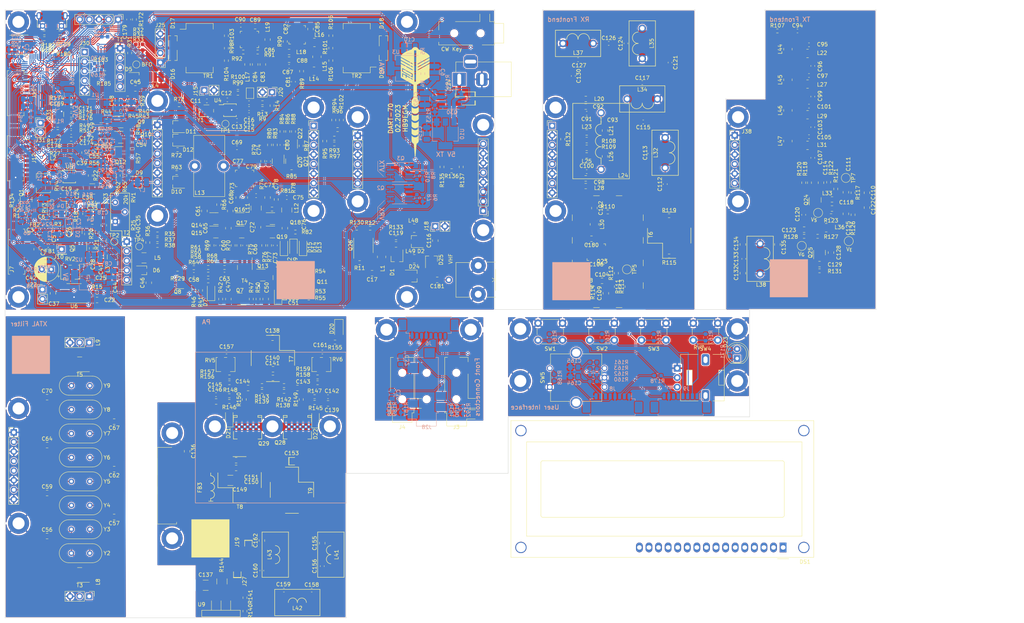
<source format=kicad_pcb>
(kicad_pcb (version 20211014) (generator pcbnew)

  (general
    (thickness 1.6)
  )

  (paper "A4")
  (layers
    (0 "F.Cu" signal)
    (31 "B.Cu" signal)
    (32 "B.Adhes" user "B.Adhesive")
    (33 "F.Adhes" user "F.Adhesive")
    (34 "B.Paste" user)
    (35 "F.Paste" user)
    (36 "B.SilkS" user "B.Silkscreen")
    (37 "F.SilkS" user "F.Silkscreen")
    (38 "B.Mask" user)
    (39 "F.Mask" user)
    (40 "Dwgs.User" user "User.Drawings")
    (41 "Cmts.User" user "User.Comments")
    (42 "Eco1.User" user "User.Eco1")
    (43 "Eco2.User" user "User.Eco2")
    (44 "Edge.Cuts" user)
    (45 "Margin" user)
    (46 "B.CrtYd" user "B.Courtyard")
    (47 "F.CrtYd" user "F.Courtyard")
    (48 "B.Fab" user)
    (49 "F.Fab" user)
    (50 "User.1" user)
    (51 "User.2" user)
    (52 "User.3" user)
    (53 "User.4" user)
    (54 "User.5" user)
    (55 "User.6" user)
    (56 "User.7" user)
    (57 "User.8" user)
    (58 "User.9" user)
  )

  (setup
    (stackup
      (layer "F.SilkS" (type "Top Silk Screen"))
      (layer "F.Paste" (type "Top Solder Paste"))
      (layer "F.Mask" (type "Top Solder Mask") (thickness 0.01))
      (layer "F.Cu" (type "copper") (thickness 0.035))
      (layer "dielectric 1" (type "core") (thickness 1.51) (material "FR4") (epsilon_r 4.5) (loss_tangent 0.02))
      (layer "B.Cu" (type "copper") (thickness 0.035))
      (layer "B.Mask" (type "Bottom Solder Mask") (thickness 0.01))
      (layer "B.Paste" (type "Bottom Solder Paste"))
      (layer "B.SilkS" (type "Bottom Silk Screen"))
      (copper_finish "None")
      (dielectric_constraints no)
    )
    (pad_to_mask_clearance 0)
    (pcbplotparams
      (layerselection 0x0000130_ffffffff)
      (disableapertmacros false)
      (usegerberextensions false)
      (usegerberattributes true)
      (usegerberadvancedattributes true)
      (creategerberjobfile true)
      (svguseinch false)
      (svgprecision 6)
      (excludeedgelayer true)
      (plotframeref false)
      (viasonmask false)
      (mode 1)
      (useauxorigin false)
      (hpglpennumber 1)
      (hpglpenspeed 20)
      (hpglpendiameter 15.000000)
      (dxfpolygonmode true)
      (dxfimperialunits true)
      (dxfusepcbnewfont true)
      (psnegative false)
      (psa4output false)
      (plotreference true)
      (plotvalue true)
      (plotinvisibletext false)
      (sketchpadsonfab false)
      (subtractmaskfromsilk false)
      (outputformat 5)
      (mirror false)
      (drillshape 0)
      (scaleselection 1)
      (outputdirectory "out")
    )
  )

  (net 0 "")
  (net 1 "+12V")
  (net 2 "GND")
  (net 3 "Net-(C2-Pad1)")
  (net 4 "Net-(C3-Pad1)")
  (net 5 "+9VA")
  (net 6 "/MIC")
  (net 7 "Net-(C6-Pad2)")
  (net 8 "+5VA")
  (net 9 "Net-(C10-Pad1)")
  (net 10 "Net-(C11-Pad1)")
  (net 11 "Net-(C11-Pad2)")
  (net 12 "Net-(C14-Pad1)")
  (net 13 "Net-(C14-Pad2)")
  (net 14 "Net-(C15-Pad1)")
  (net 15 "/BFO")
  (net 16 "Net-(C16-Pad1)")
  (net 17 "Net-(C16-Pad2)")
  (net 18 "Net-(C17-Pad1)")
  (net 19 "/Antenna Switch/TX")
  (net 20 "Net-(C18-Pad1)")
  (net 21 "Net-(C18-Pad2)")
  (net 22 "Net-(C19-Pad1)")
  (net 23 "Net-(C19-Pad2)")
  (net 24 "Net-(C20-Pad1)")
  (net 25 "Net-(C20-Pad2)")
  (net 26 "Net-(C22-Pad1)")
  (net 27 "Net-(C23-Pad1)")
  (net 28 "Net-(C23-Pad2)")
  (net 29 "Net-(C25-Pad1)")
  (net 30 "Net-(C25-Pad2)")
  (net 31 "Net-(C26-Pad1)")
  (net 32 "Net-(C27-Pad1)")
  (net 33 "Net-(C27-Pad2)")
  (net 34 "Net-(C28-Pad1)")
  (net 35 "+VRX")
  (net 36 "Net-(C31-Pad1)")
  (net 37 "Net-(C33-Pad1)")
  (net 38 "/Baseband/VAGC")
  (net 39 "Net-(C37-Pad1)")
  (net 40 "Net-(C39-Pad1)")
  (net 41 "Net-(C39-Pad2)")
  (net 42 "Net-(C40-Pad2)")
  (net 43 "Net-(C41-Pad2)")
  (net 44 "Net-(C42-Pad1)")
  (net 45 "/Baseband/SPKR_OUT")
  (net 46 "Net-(C43-Pad2)")
  (net 47 "Net-(C44-Pad2)")
  (net 48 "Net-(C45-Pad1)")
  (net 49 "Net-(C45-Pad2)")
  (net 50 "Net-(C46-Pad1)")
  (net 51 "Net-(C46-Pad2)")
  (net 52 "Net-(C47-Pad1)")
  (net 53 "Net-(C47-Pad2)")
  (net 54 "Net-(C48-Pad1)")
  (net 55 "Net-(C48-Pad2)")
  (net 56 "Net-(C49-Pad1)")
  (net 57 "Net-(C49-Pad2)")
  (net 58 "Net-(C50-Pad1)")
  (net 59 "Net-(C51-Pad2)")
  (net 60 "Net-(C52-Pad1)")
  (net 61 "Net-(C53-Pad1)")
  (net 62 "Net-(C53-Pad2)")
  (net 63 "Net-(C54-Pad2)")
  (net 64 "Net-(C55-Pad1)")
  (net 65 "Net-(C55-Pad2)")
  (net 66 "Net-(C56-Pad2)")
  (net 67 "Net-(C57-Pad2)")
  (net 68 "Net-(C58-Pad1)")
  (net 69 "Net-(C59-Pad2)")
  (net 70 "Net-(C60-Pad2)")
  (net 71 "Net-(C61-Pad1)")
  (net 72 "Net-(C62-Pad2)")
  (net 73 "Net-(C63-Pad2)")
  (net 74 "Net-(C64-Pad2)")
  (net 75 "Net-(C65-Pad1)")
  (net 76 "Net-(C65-Pad2)")
  (net 77 "Net-(C66-Pad2)")
  (net 78 "Net-(C67-Pad2)")
  (net 79 "Net-(C68-Pad1)")
  (net 80 "Net-(C69-Pad1)")
  (net 81 "Net-(C69-Pad2)")
  (net 82 "Net-(C70-Pad2)")
  (net 83 "Net-(C71-Pad2)")
  (net 84 "Net-(C72-Pad1)")
  (net 85 "Net-(C72-Pad2)")
  (net 86 "Net-(C73-Pad2)")
  (net 87 "Net-(C74-Pad2)")
  (net 88 "Net-(C75-Pad2)")
  (net 89 "Net-(C76-Pad1)")
  (net 90 "Net-(C76-Pad2)")
  (net 91 "Net-(C78-Pad1)")
  (net 92 "Net-(C80-Pad1)")
  (net 93 "Net-(C80-Pad2)")
  (net 94 "Net-(C81-Pad1)")
  (net 95 "Net-(C81-Pad2)")
  (net 96 "Net-(C82-Pad1)")
  (net 97 "Net-(C82-Pad2)")
  (net 98 "Net-(C83-Pad2)")
  (net 99 "Net-(C86-Pad1)")
  (net 100 "Net-(C86-Pad2)")
  (net 101 "Net-(C87-Pad2)")
  (net 102 "Net-(C90-Pad2)")
  (net 103 "/70MHz VHF Frontend/VHF_RX")
  (net 104 "/70MHz VHF Frontend/TX_FROM_MIX")
  (net 105 "Net-(C94-Pad2)")
  (net 106 "Net-(C96-Pad2)")
  (net 107 "Net-(C100-Pad2)")
  (net 108 "Net-(C101-Pad2)")
  (net 109 "Net-(C102-Pad2)")
  (net 110 "Net-(C103-Pad1)")
  (net 111 "Net-(C104-Pad2)")
  (net 112 "Net-(C106-Pad1)")
  (net 113 "Net-(C107-Pad2)")
  (net 114 "Net-(C108-Pad1)")
  (net 115 "Net-(C109-Pad2)")
  (net 116 "/70MHz VHF Frontend/+VTX_FE")
  (net 117 "Net-(C111-Pad2)")
  (net 118 "Net-(C112-Pad1)")
  (net 119 "Net-(C112-Pad2)")
  (net 120 "Net-(C114-Pad2)")
  (net 121 "Net-(C115-Pad2)")
  (net 122 "Net-(C118-Pad2)")
  (net 123 "Net-(C120-Pad1)")
  (net 124 "Net-(C120-Pad2)")
  (net 125 "Net-(C121-Pad1)")
  (net 126 "Net-(C125-Pad2)")
  (net 127 "Net-(C126-Pad1)")
  (net 128 "Net-(C128-Pad1)")
  (net 129 "Net-(C128-Pad2)")
  (net 130 "Net-(C129-Pad1)")
  (net 131 "/70MHz VHF Frontend/RX_TO_MIX")
  (net 132 "/70MHz VHF Frontend/VHF_TX")
  (net 133 "Net-(C136-Pad2)")
  (net 134 "VGG1")
  (net 135 "Net-(C140-Pad1)")
  (net 136 "Net-(C140-Pad2)")
  (net 137 "Net-(C143-Pad1)")
  (net 138 "Net-(C143-Pad2)")
  (net 139 "Net-(C144-Pad1)")
  (net 140 "Net-(C144-Pad2)")
  (net 141 "VGG2")
  (net 142 "+3V3")
  (net 143 "/PA 70MHz/VG_5V")
  (net 144 "Net-(C155-Pad2)")
  (net 145 "Net-(C156-Pad2)")
  (net 146 "Net-(C159-Pad2)")
  (net 147 "/Control on separate board/ENC_B")
  (net 148 "/Control on separate board/ENC_A")
  (net 149 "/Control on separate board/3.3V_UI")
  (net 150 "Net-(C169-Pad1)")
  (net 151 "Net-(C171-Pad1)")
  (net 152 "Net-(C172-Pad1)")
  (net 153 "Net-(C173-Pad2)")
  (net 154 "Net-(C164-Pad2)")
  (net 155 "Net-(C176-Pad1)")
  (net 156 "Net-(C165-Pad1)")
  (net 157 "Net-(C116-Pad1)")
  (net 158 "Net-(D5-Pad1)")
  (net 159 "Net-(D5-Pad2)")
  (net 160 "Net-(D6-Pad1)")
  (net 161 "Net-(D6-Pad2)")
  (net 162 "Net-(D7-Pad2)")
  (net 163 "Net-(D8-Pad2)")
  (net 164 "Net-(D9-Pad1)")
  (net 165 "Net-(D10-Pad3)")
  (net 166 "Net-(D10-Pad1)")
  (net 167 "Net-(D11-Pad1)")
  (net 168 "Net-(D11-Pad3)")
  (net 169 "Net-(D13-Pad2)")
  (net 170 "Net-(D14-Pad2)")
  (net 171 "Net-(D15-Pad2)")
  (net 172 "Net-(D16-Pad1)")
  (net 173 "Net-(D16-Pad2)")
  (net 174 "Net-(D16-Pad3)")
  (net 175 "Net-(D17-Pad3)")
  (net 176 "Net-(D18-Pad1)")
  (net 177 "Net-(D18-Pad2)")
  (net 178 "Net-(D18-Pad3)")
  (net 179 "Net-(D19-Pad3)")
  (net 180 "Net-(D20-Pad2)")
  (net 181 "Net-(D21-Pad2)")
  (net 182 "/Control on separate board/STATUSn")
  (net 183 "Net-(D23-Pad2)")
  (net 184 "unconnected-(DS1-Pad1)")
  (net 185 "unconnected-(DS1-Pad2)")
  (net 186 "unconnected-(DS1-Pad3)")
  (net 187 "unconnected-(DS1-Pad4)")
  (net 188 "unconnected-(DS1-Pad5)")
  (net 189 "unconnected-(DS1-Pad6)")
  (net 190 "unconnected-(DS1-Pad7)")
  (net 191 "unconnected-(DS1-Pad8)")
  (net 192 "unconnected-(DS1-Pad9)")
  (net 193 "unconnected-(DS1-Pad10)")
  (net 194 "unconnected-(DS1-Pad11)")
  (net 195 "unconnected-(DS1-Pad12)")
  (net 196 "unconnected-(DS1-Pad13)")
  (net 197 "unconnected-(DS1-Pad14)")
  (net 198 "unconnected-(DS1-Pad15)")
  (net 199 "unconnected-(DS1-Pad16)")
  (net 200 "Net-(FB1-Pad2)")
  (net 201 "unconnected-(J3-PadNC)")
  (net 202 "Net-(J3-PadR1)")
  (net 203 "unconnected-(J3-PadR2)")
  (net 204 "Net-(J3-PadS)")
  (net 205 "Net-(J3-PadT)")
  (net 206 "unconnected-(J3-PadTN)")
  (net 207 "Net-(J4-PadR)")
  (net 208 "Net-(J4-PadTN)")
  (net 209 "/CW_RING")
  (net 210 "/CW_TIP")
  (net 211 "unconnected-(J5-PadTN)")
  (net 212 "Net-(C30-Pad1)")
  (net 213 "Net-(J7-Pad1)")
  (net 214 "Net-(C32-Pad1)")
  (net 215 "/Baseband/SPKR_DET")
  (net 216 "Net-(J8-Pad3)")
  (net 217 "Net-(J9-Pad2)")
  (net 218 "Net-(J9-Pad3)")
  (net 219 "Net-(J9-Pad4)")
  (net 220 "Net-(J9-Pad5)")
  (net 221 "unconnected-(J9-Pad6)")
  (net 222 "unconnected-(J12-Pad3)")
  (net 223 "/Baseband/GPIO_XTAL")
  (net 224 "/EN_VRX")
  (net 225 "/EN_VTX")
  (net 226 "/MIC_PTTn")
  (net 227 "/Baseband/CW_KEYn")
  (net 228 "/Baseband/CW_TONE")
  (net 229 "Net-(Q30-Pad5)")
  (net 230 "/Baseband/SPKR_VOL")
  (net 231 "/MUTE_MICn")
  (net 232 "/SDA")
  (net 233 "/SCL")
  (net 234 "/S_METER")
  (net 235 "/Baseband/VHF_IN")
  (net 236 "/Baseband/VHF_OUT")
  (net 237 "/CLK1")
  (net 238 "Net-(J22-Pad2)")
  (net 239 "+VTX")
  (net 240 "Net-(J24-Pad2)")
  (net 241 "unconnected-(J24-Pad4)")
  (net 242 "unconnected-(J24-Pad5)")
  (net 243 "Net-(J24-Pad7)")
  (net 244 "/Control on separate board/DISP_LAT")
  (net 245 "/Control on separate board/I2C2_SDA")
  (net 246 "/Control on separate board/I2C2_SCL")
  (net 247 "/Control on separate board/PC14")
  (net 248 "/Control on separate board/PC13")
  (net 249 "Net-(C93-Pad1)")
  (net 250 "/Control on separate board/USART1_TX")
  (net 251 "/Control on separate board/USART1_RX")
  (net 252 "/Control on separate board/PB15")
  (net 253 "unconnected-(J34-Pad1)")
  (net 254 "/Control on separate board/USB_DM")
  (net 255 "/Control on separate board/USB_DP")
  (net 256 "Net-(J34-Pad4)")
  (net 257 "/Control on separate board/SWCLK")
  (net 258 "/Control on separate board/SWDIO")
  (net 259 "/Control on separate board/RESETn")
  (net 260 "/LO1")
  (net 261 "Net-(L14-Pad1)")
  (net 262 "Net-(L15-Pad1)")
  (net 263 "Net-(L19-Pad1)")
  (net 264 "Net-(L21-Pad2)")
  (net 265 "Net-(L23-Pad2)")
  (net 266 "Net-(L25-Pad2)")
  (net 267 "Net-(Q1-Pad1)")
  (net 268 "Net-(Q2-Pad4)")
  (net 269 "Net-(Q3-Pad4)")
  (net 270 "Net-(Q6-Pad1)")
  (net 271 "Net-(Q7-Pad1)")
  (net 272 "Net-(Q10-Pad1)")
  (net 273 "Net-(Q10-Pad2)")
  (net 274 "Net-(Q11-Pad1)")
  (net 275 "Net-(Q11-Pad3)")
  (net 276 "Net-(Q13-Pad1)")
  (net 277 "Net-(Q14-Pad2)")
  (net 278 "Net-(Q14-Pad3)")
  (net 279 "Net-(Q16-Pad2)")
  (net 280 "Net-(Q18-Pad2)")
  (net 281 "Net-(Q20-Pad1)")
  (net 282 "Net-(Q21-Pad1)")
  (net 283 "Net-(Q23-Pad1)")
  (net 284 "Net-(Q24-Pad4)")
  (net 285 "/70MHz VHF Frontend/+VRX_FE")
  (net 286 "Net-(Q30-Pad4)")
  (net 287 "Net-(R22-Pad2)")
  (net 288 "Net-(R23-Pad2)")
  (net 289 "Net-(R28-Pad2)")
  (net 290 "Net-(R31-Pad1)")
  (net 291 "Net-(R31-Pad2)")
  (net 292 "Net-(R35-Pad1)")
  (net 293 "Net-(R36-Pad1)")
  (net 294 "Net-(R93-Pad1)")
  (net 295 "Net-(R103-Pad2)")
  (net 296 "Net-(R104-Pad2)")
  (net 297 "Net-(R100-Pad1)")
  (net 298 "Net-(R101-Pad1)")
  (net 299 "Net-(R111-Pad2)")
  (net 300 "Net-(R140-Pad1)")
  (net 301 "Net-(J27-Pad1)")
  (net 302 "Net-(R157-Pad1)")
  (net 303 "Net-(R159-Pad1)")
  (net 304 "Net-(R160-Pad1)")
  (net 305 "Net-(R161-Pad2)")
  (net 306 "/Control on separate board/BTN0")
  (net 307 "/Control on separate board/BTN1")
  (net 308 "/Control on separate board/BTN2")
  (net 309 "/Control on separate board/BTN3")
  (net 310 "Net-(R168-Pad1)")
  (net 311 "/Control on separate board/ENC_BTN")
  (net 312 "/Control on separate board/XTAL1")
  (net 313 "/Control on separate board/XTAL2")
  (net 314 "/Control on separate board/PWM_CW")
  (net 315 "/Control on separate board/MUTE_SPKR")
  (net 316 "Net-(R178-Pad2)")
  (net 317 "Net-(R179-Pad2)")
  (net 318 "Net-(R180-Pad2)")
  (net 319 "/Control on separate board/BOOT0")
  (net 320 "/Control on separate board/BOOT1")
  (net 321 "unconnected-(T3-Pad2)")
  (net 322 "unconnected-(T5-Pad2)")
  (net 323 "unconnected-(TR1-Pad10)")
  (net 324 "unconnected-(TR1-Pad15)")
  (net 325 "unconnected-(TR2-Pad10)")
  (net 326 "unconnected-(TR2-Pad15)")
  (net 327 "Net-(U4-Pad3)")
  (net 328 "Net-(D23-Pad1)")
  (net 329 "Net-(D22-Pad2)")
  (net 330 "unconnected-(T4-Pad2)")
  (net 331 "/Antenna Switch/RX")
  (net 332 "Net-(C38-Pad1)")
  (net 333 "Net-(L22-Pad2)")
  (net 334 "Net-(L27-Pad2)")
  (net 335 "Net-(L29-Pad2)")
  (net 336 "Net-(L31-Pad2)")
  (net 337 "unconnected-(J13-Pad1)")
  (net 338 "unconnected-(J14-Pad1)")
  (net 339 "unconnected-(U11-Pad1)")
  (net 340 "Net-(C119-Pad1)")
  (net 341 "/Antenna Switch/ANT")
  (net 342 "/Antenna Switch/V_{PIN}")
  (net 343 "Net-(Q26-Pad5)")
  (net 344 "Net-(Q26-Pad7)")
  (net 345 "/TX_to_PA")
  (net 346 "/Baseband/AGC_to_METER")
  (net 347 "Net-(C136-Pad1)")
  (net 348 "/PA 70MHz/V_{DD}")
  (net 349 "Net-(C154-Pad1)")
  (net 350 "Net-(C137-Pad1)")
  (net 351 "Net-(C181-Pad2)")
  (net 352 "Net-(FB3-Pad1)")
  (net 353 "Net-(J16-Pad5)")
  (net 354 "Net-(C162-Pad2)")
  (net 355 "Net-(J8-Pad2)")
  (net 356 "Net-(J8-Pad5)")
  (net 357 "Net-(J6-Pad5)")
  (net 358 "Net-(C148-Pad2)")
  (net 359 "Net-(Q28-Pad1)")
  (net 360 "Net-(Q29-Pad1)")
  (net 361 "Net-(C147-Pad2)")
  (net 362 "Net-(C163-Pad1)")
  (net 363 "Net-(C163-Pad2)")
  (net 364 "Net-(C177-Pad2)")
  (net 365 "Net-(J7-Pad4)")
  (net 366 "unconnected-(J28-PadNC)")
  (net 367 "Net-(J28-PadR1)")
  (net 368 "Net-(J28-PadR2)")
  (net 369 "unconnected-(J28-PadTN)")
  (net 370 "Net-(Q27-Pad1)")
  (net 371 "Net-(Q32-Pad1)")
  (net 372 "/Control on separate board/PB4")
  (net 373 "/VOX_PTTn")

  (footprint "Capacitor_SMD:C_0603_1608Metric_Pad1.08x0.95mm_HandSolder" (layer "F.Cu") (at 30.48 52.832 180))

  (footprint "Resistor_SMD:R_0603_1608Metric_Pad0.98x0.95mm_HandSolder" (layer "F.Cu") (at 224.663 66.167 -90))

  (footprint "Crystal:Crystal_HC49-U_Vertical" (layer "F.Cu") (at 30.531 145.41))

  (footprint "Resistor_SMD:R_0603_1608Metric_Pad0.98x0.95mm_HandSolder" (layer "F.Cu") (at 72.42 119.228))

  (footprint "Resistor_SMD:R_0603_1608Metric_Pad0.98x0.95mm_HandSolder" (layer "F.Cu") (at 89.916 79.248))

  (footprint "Package_SO:MSOP-10_3x3mm_P0.5mm" (layer "F.Cu") (at 29.972 64.516))

  (footprint "mpb:four_4mm_pads_narrow" (layer "F.Cu") (at 83.85 112.624 -90))

  (footprint "Potentiometer_SMD:Potentiometer_Bourns_3214W_Vertical" (layer "F.Cu") (at 23.114 66.294 -90))

  (footprint "Potentiometer_SMD:Potentiometer_Bourns_3214W_Vertical" (layer "F.Cu") (at 26.67 72.898 180))

  (footprint "Resistor_SMD:R_0603_1608Metric_Pad0.98x0.95mm_HandSolder" (layer "F.Cu") (at 237.744 74.676 90))

  (footprint "Capacitor_SMD:C_0603_1608Metric_Pad1.08x0.95mm_HandSolder" (layer "F.Cu") (at 183.896 58.42 -90))

  (footprint "Resistor_SMD:R_0603_1608Metric_Pad0.98x0.95mm_HandSolder" (layer "F.Cu") (at 59.0785 45.466))

  (footprint "Capacitor_SMD:C_0603_1608Metric_Pad1.08x0.95mm_HandSolder" (layer "F.Cu") (at 42.672 44.45 90))

  (footprint "Resistor_SMD:R_0603_1608Metric_Pad0.98x0.95mm_HandSolder" (layer "F.Cu") (at 228.346 80.391 180))

  (footprint "Capacitor_SMD:C_0805_2012Metric_Pad1.18x1.45mm_HandSolder" (layer "F.Cu") (at 83.977 115.672))

  (footprint "Capacitor_SMD:C_0805_2012Metric_Pad1.18x1.45mm_HandSolder" (layer "F.Cu") (at 83.9555 117.958))

  (footprint "Diode_SMD:D_SOD-123F" (layer "F.Cu") (at 86.868 83.312 90))

  (footprint "Resistor_SMD:R_0603_1608Metric_Pad0.98x0.95mm_HandSolder" (layer "F.Cu") (at 48.514 32.507 180))

  (footprint "mpb:PLD-1.5W" (layer "F.Cu") (at 77.246 130.912))

  (footprint "Capacitor_SMD:C_0805_2012Metric_Pad1.18x1.45mm_HandSolder" (layer "F.Cu") (at 61.214 137.414 -90))

  (footprint "Capacitor_SMD:C_0805_2012Metric_Pad1.18x1.45mm_HandSolder" (layer "F.Cu") (at 208.534 82.55 -90))

  (footprint "Connector_BarrelJack:BarrelJack_Horizontal" (layer "F.Cu") (at 133.35 38.735 180))

  (footprint "Inductor_SMD:L_1008_2520Metric_Pad1.43x2.20mm_HandSolder" (layer "F.Cu") (at 220.472 30.734 90))

  (footprint "Package_TO_SOT_SMD:SOT-23" (layer "F.Cu") (at 58.674 92.71 180))

  (footprint "MountingHole:MountingHole_3.2mm_M3_DIN965_Pad" (layer "F.Cu") (at 149.536 104.956))

  (footprint "Resistor_SMD:R_0603_1608Metric_Pad0.98x0.95mm_HandSolder" (layer "F.Cu") (at 46.6575 52.07 90))

  (footprint "Capacitor_SMD:C_0805_2012Metric_Pad1.18x1.45mm_HandSolder" (layer "F.Cu") (at 168.402 81.026 180))

  (footprint "Inductor_SMD:L_1008_2520Metric_Pad1.43x2.20mm_HandSolder" (layer "F.Cu") (at 94.957 28.956))

  (footprint "Connector_PinHeader_1.27mm:PinHeader_2x04_P1.27mm_Vertical_SMD" (layer "F.Cu") (at 17.272 29.591))

  (footprint "Package_TO_SOT_SMD:SOT-23_Handsoldering" (layer "F.Cu") (at 58.166 54.864 180))

  (footprint "Capacitor_SMD:C_0805_2012Metric_Pad1.18x1.45mm_HandSolder" (layer "F.Cu") (at 97.028 161.798 90))

  (footprint "Capacitor_SMD:C_0603_1608Metric_Pad1.08x0.95mm_HandSolder" (layer "F.Cu") (at 40.8155 51.562 90))

  (footprint "mpb:two_4mm_pads" (layer "F.Cu") (at 135.89 43.815 -90))

  (footprint "Inductor_SMD:L_1008_2520Metric_Pad1.43x2.20mm_HandSolder" (layer "F.Cu") (at 220.472 55.118 90))

  (footprint "Capacitor_SMD:C_0805_2012Metric_Pad1.18x1.45mm_HandSolder" (layer "F.Cu") (at 82.042 97.028 -90))

  (footprint "Capacitor_SMD:C_0603_1608Metric_Pad1.08x0.95mm_HandSolder" (layer "F.Cu") (at 89.408 39.37 90))

  (footprint "Resistor_SMD:R_0603_1608Metric_Pad0.98x0.95mm_HandSolder" (layer "F.Cu") (at 39.7995 48.768))

  (footprint "Inductor_SMD:L_0805_2012Metric_Pad1.15x1.40mm_HandSolder" (layer "F.Cu") (at 167.132 52.832 180))

  (footprint "TestPoint:TestPoint_Pad_D2.0mm" (layer "F.Cu") (at 236.601 81.661 -90))

  (footprint "Resistor_SMD:R_0603_1608Metric_Pad0.98x0.95mm_HandSolder" (layer "F.Cu") (at 72.39 124.206 180))

  (footprint "Package_TO_SOT_SMD:SOT-323_SC-70_Handsoldering" (layer "F.Cu") (at 57.404 27.9185 90))

  (footprint "Resistor_SMD:R_0603_1608Metric_Pad0.98x0.95mm_HandSolder" (layer "F.Cu") (at 76.543 179.822 -90))

  (footprint "Resistor_SMD:R_0603_1608Metric_Pad0.98x0.95mm_HandSolder" (layer "F.Cu") (at 74.676 70.104 -90))

  (footprint "Capacitor_SMD:C_0603_1608Metric_Pad1.08x0.95mm_HandSolder" (layer "F.Cu") (at 76.454 82.804 90))

  (footprint "Potentiometer_SMD:Potentiometer_Bourns_3214W_Vertical" (layer "F.Cu") (at 96.804 114.402))

  (footprint "Capacitor_SMD:C_0805_2012Metric_Pad1.18x1.45mm_HandSolder" (layer "F.Cu") (at 241.427 68.834 90))

  (footprint "MountingHole:MountingHole_3.2mm_M3_DIN965_Pad" (layer "F.Cu") (at 94.742 73.645))

  (footprint "MountingHole:MountingHole_3.2mm_M3_DIN965_Pad" (layer "F.Cu") (at 207.264 48.768))

  (footprint "Capacitor_SMD:C_0805_2012Metric_Pad1.18x1.45mm_HandSolder" (layer "F.Cu") (at 41.871 129.535 180))

  (footprint "Capacitor_SMD:C_0805_2012Metric_Pad1.18x1.45mm_HandSolder" (layer "F.Cu") (at 79.248 34.798 -90))

  (footprint "Crystal:Crystal_HC49-U_Vertical" (layer "F.Cu") (at 35.431 120.01 180))

  (footprint "Jumper:SolderJumper-2_P1.3mm_Open_TrianglePad1.0x1.5mm" (layer "F.Cu") (at 77.8775 42.418 90))

  (footprint "Capacitor_SMD:C_0805_2012Metric_Pad1.18x1.45mm_HandSolder" (layer "F.Cu") (at 232.156 73.025 180))

  (footprint "Resistor_SMD:R_0603_1608Metric_Pad0.98x0.95mm_HandSolder" (layer "F.Cu") (at 89.408 52.578 -90))

  (footprint "Resistor_SMD:R_0603_1608Metric_Pad0.98x0.95mm_HandSolder" (layer "F.Cu") (at 228.854 89.535 180))

  (footprint "Resistor_SMD:R_0603_1608Metric_Pad0.98x0.95mm_HandSolder" (layer "F.Cu")
    (tedit 5F68FEEE) (tstamp 1b11724c-e795-46be-8f08-84285fbaeeae)
    (at 231.902 74.93)
    (descr "Resistor SMD 0603 (1608 Metric), square (rectangular) end terminal, IPC_7351 nominal with elongated pad for handsoldering. (Body size source: IPC-SM-782 page 72, https://www.pcb-3d.com/wordpress/wp-content/uploads/ipc-sm-782a_amendment_1_and_2.pdf), generated with kicad-footprint-generator")
    (tags "resistor handsolder")
    (property "Need_order" "0")
    (property "Sheetfile" "frontend_70.kicad_sch")
    (property "Sheetname" "70MHz VHF Frontend")
    (path "/8cbb5345-c7a6-41b7-8a2a-794c3d5f0f34/9ae17a59-a825-4a90-8ac6-d6578aacb864")
    (attr smd)
    (fp_text reference "R123" (at 0 1.27) (layer "F.SilkS")
      (effects (font (size 1 1) (thickness 0.15)))
      (tstamp 04f56505-7f3c-42cb-aadf-30440abbcd29)
    )
    (fp_text value "39" (at 0 1.43) (layer "F.Fab")
      (effects (font (size 1 1) (thickness 0.15)))
      (tstamp 61afdb91-dcc1-459a-b9d5-7963143ba29f)
    )
    (fp_text user "${REFERENCE}" (at 0 0) (layer "F.Fab")
      (effects (font (size 0.4 0.4) (thickness 0.06)))
      (tstamp d449c136-fda7-4179-b73a-17a813f7ad07)
    )
    (fp_line (start -0.254724 -0.5225) (end 0.254724 -0.5225) (layer "F.SilkS") (width 0.12) (tstamp 1772f929-d705-481c-99d4-f19b04f92dcb))
    (fp_line (start -0.254724 0.5225) (end 0.254724 0.5225) (layer "F.SilkS") (width 0.12) (tstamp 608ace46-c406-4a33-adb6-9170f287db62))
    (fp_line (start 1.65 0.73) (end -1.65 0.73) (layer "F.CrtYd") (width 0.05) (tstamp 405094a6-76d2-4323-93bf-6ac930594402))
    (fp_line (start -1.65 0.73) (end -1.65 -0.73) (layer "F.CrtYd") (width 0.05) (tstamp 8d7fc676-9775-4408-af2d-d7038b4f3b83))
    (fp_line (start -1.65 -0.73) (end 1.65 -0.73) (layer "F.CrtYd") (width 0.05) (tstamp cad0cf68-1e1f-40a3-9c20-cd3b44df7037))
    (fp_line (start 1.65 -0.73) (end 1.65 0.73) (layer "F.CrtYd") (width 0.05) (tstamp fd768076-a0c8-4839-b835-a8be05d2114e))
    (fp_line (start -0.8 -0.4125) (end 0.8 -0.4125) (layer "F.Fab") (width 0.1) (tstamp 495ed5b6-2d76-433b-92f8-4590e9a3ad74))
    (fp_line (start -0.8 0.4125) (end -0.8 -0.4125) (layer "F.Fab") (width 0.1) (tstamp 791d03fd-3be1-4e99-a580-c4d1248e83c0))
    (fp_line (start 0.8 -0.4125) (end 0.8 0.4125) (layer "F.Fab") (width 0.1) (tstamp 92a4169f-3460-414c-8f72-7127daf34136))
    (fp_line (start 0.8 0.4125) (end -0.8 0.4125) (layer "F.Fab") (width 0.1) (tstamp c1b427de-7e20-47bc-ad61-81959d9ab9b2))
    (pad "1" smd roundrect (at -0.9125 0) (size 0.975 0.95) (layers "F.Cu" "F.Paste" "F.Mask") (roundrect_rratio 0.25)
      (net 122 "Net-(C118-Pad2)") (pintype "passive") (tstamp ab4711be-46c0-48e1-b1c9-7a1722b52a56))
    (pad "2" smd roundrect (at 0.9125 0) (size 0.975 0.95) (layers "F.Cu" "F.Paste" "F.Mask") (roundrect_rratio 0.25)
      (net 2 "GND") (pintype "passive") 
... [6547875 chars truncated]
</source>
